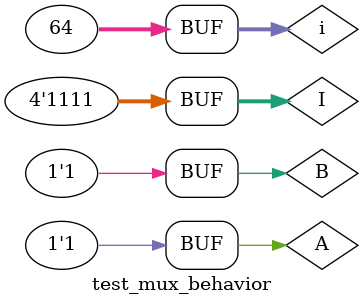
<source format=v>
`timescale 1ns / 1ps


module test_mux_behavior;

	// Inputs
	reg [3:0] I;
	reg A;
	reg B;

	// Outputs
	wire Y;

	integer i;

	// Instantiate the Unit Under Test (UUT)
	mux_4_to_1_behavior uut (
		.I(I),
		.A(A),
		.B(B),
		.Y(Y)
	);

	initial begin
		for (i = 0; i < 64; i = i + 1) begin
			I[0] = i & 1;
			I[1] = (i >> 1) & 1;
			I[2] = (i >> 2) & 1;
			I[3] = (i >> 3) & 1;
			B = (i >> 4) & 1;
			A = (i >> 5) & 1;
			#10;
      end

	end

endmodule

</source>
